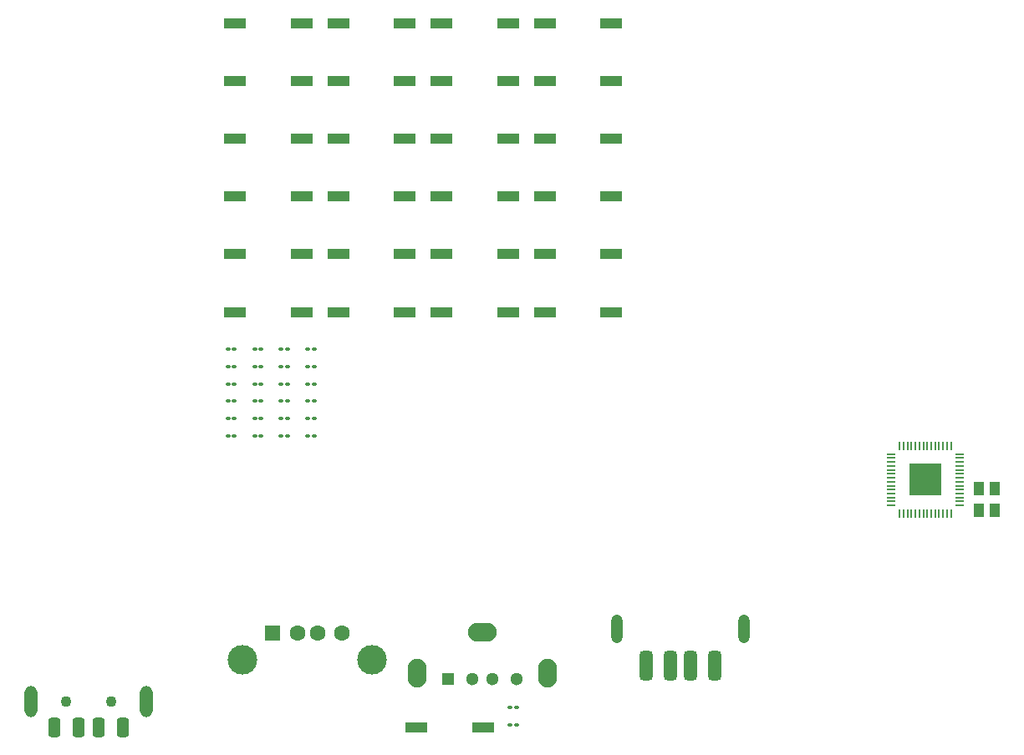
<source format=gbr>
%TF.GenerationSoftware,KiCad,Pcbnew,8.0.3*%
%TF.CreationDate,2024-09-04T14:48:35-07:00*%
%TF.ProjectId,Calculator,43616c63-756c-4617-946f-722e6b696361,rev?*%
%TF.SameCoordinates,Original*%
%TF.FileFunction,Soldermask,Top*%
%TF.FilePolarity,Negative*%
%FSLAX46Y46*%
G04 Gerber Fmt 4.6, Leading zero omitted, Abs format (unit mm)*
G04 Created by KiCad (PCBNEW 8.0.3) date 2024-09-04 14:48:35*
%MOMM*%
%LPD*%
G01*
G04 APERTURE LIST*
G04 Aperture macros list*
%AMRoundRect*
0 Rectangle with rounded corners*
0 $1 Rounding radius*
0 $2 $3 $4 $5 $6 $7 $8 $9 X,Y pos of 4 corners*
0 Add a 4 corners polygon primitive as box body*
4,1,4,$2,$3,$4,$5,$6,$7,$8,$9,$2,$3,0*
0 Add four circle primitives for the rounded corners*
1,1,$1+$1,$2,$3*
1,1,$1+$1,$4,$5*
1,1,$1+$1,$6,$7*
1,1,$1+$1,$8,$9*
0 Add four rect primitives between the rounded corners*
20,1,$1+$1,$2,$3,$4,$5,0*
20,1,$1+$1,$4,$5,$6,$7,0*
20,1,$1+$1,$6,$7,$8,$9,0*
20,1,$1+$1,$8,$9,$2,$3,0*%
G04 Aperture macros list end*
%ADD10RoundRect,0.100000X-0.130000X-0.100000X0.130000X-0.100000X0.130000X0.100000X-0.130000X0.100000X0*%
%ADD11R,2.160000X1.120000*%
%ADD12R,1.600000X1.600000*%
%ADD13C,1.600000*%
%ADD14C,3.000000*%
%ADD15R,1.300000X1.300000*%
%ADD16C,1.300000*%
%ADD17O,1.900000X2.900000*%
%ADD18O,2.900000X1.900000*%
%ADD19C,1.100000*%
%ADD20RoundRect,0.300000X0.300000X-0.700000X0.300000X0.700000X-0.300000X0.700000X-0.300000X-0.700000X0*%
%ADD21O,1.300000X3.200000*%
%ADD22RoundRect,0.325000X0.325000X1.175000X-0.325000X1.175000X-0.325000X-1.175000X0.325000X-1.175000X0*%
%ADD23O,1.200000X2.900000*%
%ADD24RoundRect,0.050000X-0.387500X-0.050000X0.387500X-0.050000X0.387500X0.050000X-0.387500X0.050000X0*%
%ADD25RoundRect,0.050000X-0.050000X-0.387500X0.050000X-0.387500X0.050000X0.387500X-0.050000X0.387500X0*%
%ADD26R,3.200000X3.200000*%
%ADD27R,1.100000X1.400000*%
G04 APERTURE END LIST*
D10*
%TO.C,D16*%
X68078000Y-73074000D03*
X68718000Y-73074000D03*
%TD*%
D11*
%TO.C,SW18*%
X84328000Y-58174000D03*
X91058000Y-58174000D03*
%TD*%
%TO.C,SW17*%
X84328000Y-52324000D03*
X91058000Y-52324000D03*
%TD*%
D10*
%TO.C,D12*%
X65393000Y-76574000D03*
X66033000Y-76574000D03*
%TD*%
%TO.C,D7*%
X65393000Y-67824000D03*
X66033000Y-67824000D03*
%TD*%
D11*
%TO.C,SW23*%
X94778000Y-52324000D03*
X101508000Y-52324000D03*
%TD*%
D12*
%TO.C,R1*%
X67243000Y-96534000D03*
D13*
X69743000Y-96534000D03*
X71743000Y-96534000D03*
X74243000Y-96534000D03*
D14*
X64173000Y-99244000D03*
X77313000Y-99244000D03*
%TD*%
D11*
%TO.C,SW16*%
X84328000Y-46474000D03*
X91058000Y-46474000D03*
%TD*%
%TO.C,SW20*%
X94778000Y-34774000D03*
X101508000Y-34774000D03*
%TD*%
D10*
%TO.C,D3*%
X62708000Y-71324000D03*
X63348000Y-71324000D03*
%TD*%
%TO.C,D20*%
X70763000Y-69574000D03*
X71403000Y-69574000D03*
%TD*%
%TO.C,D5*%
X62708000Y-74824000D03*
X63348000Y-74824000D03*
%TD*%
D11*
%TO.C,SW21*%
X94778000Y-40624000D03*
X101508000Y-40624000D03*
%TD*%
D10*
%TO.C,D15*%
X68078000Y-71324000D03*
X68718000Y-71324000D03*
%TD*%
%TO.C,D19*%
X70763000Y-67824000D03*
X71403000Y-67824000D03*
%TD*%
%TO.C,D10*%
X65393000Y-73074000D03*
X66033000Y-73074000D03*
%TD*%
%TO.C,D11*%
X65393000Y-74824000D03*
X66033000Y-74824000D03*
%TD*%
D11*
%TO.C,SW4*%
X63428000Y-46474000D03*
X70158000Y-46474000D03*
%TD*%
%TO.C,SW14*%
X84328000Y-34774000D03*
X91058000Y-34774000D03*
%TD*%
%TO.C,SW11*%
X73878000Y-52324000D03*
X80608000Y-52324000D03*
%TD*%
%TO.C,SW2*%
X63428000Y-34774000D03*
X70158000Y-34774000D03*
%TD*%
%TO.C,SW9*%
X73878000Y-40624000D03*
X80608000Y-40624000D03*
%TD*%
D10*
%TO.C,D6*%
X62708000Y-76574000D03*
X63348000Y-76574000D03*
%TD*%
%TO.C,D17*%
X68078000Y-74824000D03*
X68718000Y-74824000D03*
%TD*%
%TO.C,D22*%
X70763000Y-73074000D03*
X71403000Y-73074000D03*
%TD*%
D11*
%TO.C,SW10*%
X73878000Y-46474000D03*
X80608000Y-46474000D03*
%TD*%
%TO.C,SW24*%
X94778000Y-58174000D03*
X101508000Y-58174000D03*
%TD*%
%TO.C,SW19*%
X84328000Y-64024000D03*
X91058000Y-64024000D03*
%TD*%
D15*
%TO.C,R2*%
X84963000Y-101254000D03*
D16*
X87463000Y-101254000D03*
X89463000Y-101254000D03*
X91963000Y-101254000D03*
D17*
X81893000Y-100654000D03*
D18*
X88463000Y-96474000D03*
D17*
X95033000Y-100654000D03*
%TD*%
D10*
%TO.C,D4*%
X62708000Y-73074000D03*
X63348000Y-73074000D03*
%TD*%
D11*
%TO.C,SW3*%
X63428000Y-40624000D03*
X70158000Y-40624000D03*
%TD*%
%TO.C,SW12*%
X73878000Y-58174000D03*
X80608000Y-58174000D03*
%TD*%
D19*
%TO.C,R3*%
X46328000Y-103513000D03*
X50828000Y-103513000D03*
D20*
X45078000Y-106113000D03*
X47578000Y-106113000D03*
X49578000Y-106113000D03*
X52078000Y-106113000D03*
D21*
X42728000Y-103513000D03*
X54428000Y-103513000D03*
%TD*%
D11*
%TO.C,SW15*%
X84328000Y-40624000D03*
X91058000Y-40624000D03*
%TD*%
D22*
%TO.C,J1*%
X112022000Y-99848000D03*
X109522000Y-99848000D03*
X107522000Y-99848000D03*
X105022000Y-99848000D03*
D23*
X114921999Y-96148000D03*
X102122001Y-96148000D03*
%TD*%
D10*
%TO.C,C2*%
X91273000Y-105864000D03*
X91913000Y-105864000D03*
%TD*%
%TO.C,D2*%
X62708000Y-69574000D03*
X63348000Y-69574000D03*
%TD*%
%TO.C,D9*%
X65393000Y-71324000D03*
X66033000Y-71324000D03*
%TD*%
D11*
%TO.C,SW25*%
X94778000Y-64024000D03*
X101508000Y-64024000D03*
%TD*%
D10*
%TO.C,D14*%
X68078000Y-69574000D03*
X68718000Y-69574000D03*
%TD*%
D11*
%TO.C,SW8*%
X73878000Y-34774000D03*
X80608000Y-34774000D03*
%TD*%
D10*
%TO.C,C1*%
X91273000Y-104114000D03*
X91913000Y-104114000D03*
%TD*%
%TO.C,D23*%
X70763000Y-74824000D03*
X71403000Y-74824000D03*
%TD*%
D11*
%TO.C,SW7*%
X63428000Y-64024000D03*
X70158000Y-64024000D03*
%TD*%
D10*
%TO.C,D13*%
X68078000Y-67824000D03*
X68718000Y-67824000D03*
%TD*%
D11*
%TO.C,SW1*%
X81778000Y-106164000D03*
X88508000Y-106164000D03*
%TD*%
D10*
%TO.C,D8*%
X65393000Y-69574000D03*
X66033000Y-69574000D03*
%TD*%
%TO.C,D18*%
X68078000Y-76574000D03*
X68718000Y-76574000D03*
%TD*%
D24*
%TO.C,U1*%
X129890699Y-78434800D03*
X129890699Y-78834800D03*
X129890699Y-79234800D03*
X129890699Y-79634800D03*
X129890699Y-80034800D03*
X129890699Y-80434800D03*
X129890699Y-80834800D03*
X129890699Y-81234800D03*
X129890699Y-81634800D03*
X129890699Y-82034800D03*
X129890699Y-82434800D03*
X129890699Y-82834800D03*
X129890699Y-83234800D03*
X129890699Y-83634800D03*
D25*
X130728199Y-84472300D03*
X131128199Y-84472300D03*
X131528199Y-84472300D03*
X131928199Y-84472300D03*
X132328199Y-84472300D03*
X132728199Y-84472300D03*
X133128199Y-84472300D03*
X133528199Y-84472300D03*
X133928199Y-84472300D03*
X134328199Y-84472300D03*
X134728199Y-84472300D03*
X135128199Y-84472300D03*
X135528199Y-84472300D03*
X135928199Y-84472300D03*
D24*
X136765699Y-83634800D03*
X136765699Y-83234800D03*
X136765699Y-82834800D03*
X136765699Y-82434800D03*
X136765699Y-82034800D03*
X136765699Y-81634800D03*
X136765699Y-81234800D03*
X136765699Y-80834800D03*
X136765699Y-80434800D03*
X136765699Y-80034800D03*
X136765699Y-79634800D03*
X136765699Y-79234800D03*
X136765699Y-78834800D03*
X136765699Y-78434800D03*
D25*
X135928199Y-77597300D03*
X135528199Y-77597300D03*
X135128199Y-77597300D03*
X134728199Y-77597300D03*
X134328199Y-77597300D03*
X133928199Y-77597300D03*
X133528199Y-77597300D03*
X133128199Y-77597300D03*
X132728199Y-77597300D03*
X132328199Y-77597300D03*
X131928199Y-77597300D03*
X131528199Y-77597300D03*
X131128199Y-77597300D03*
X130728199Y-77597300D03*
D26*
X133328199Y-81034800D03*
%TD*%
D11*
%TO.C,SW13*%
X73878000Y-64024000D03*
X80608000Y-64024000D03*
%TD*%
%TO.C,SW22*%
X94778000Y-46474000D03*
X101508000Y-46474000D03*
%TD*%
D10*
%TO.C,D24*%
X70763000Y-76574000D03*
X71403000Y-76574000D03*
%TD*%
%TO.C,D1*%
X62708000Y-67824000D03*
X63348000Y-67824000D03*
%TD*%
D27*
%TO.C,X1*%
X138727999Y-81924000D03*
X138727999Y-84124000D03*
X140328001Y-84124000D03*
X140328001Y-81924000D03*
%TD*%
D11*
%TO.C,SW6*%
X63428000Y-58174000D03*
X70158000Y-58174000D03*
%TD*%
%TO.C,SW5*%
X63428000Y-52324000D03*
X70158000Y-52324000D03*
%TD*%
D10*
%TO.C,D21*%
X70763000Y-71324000D03*
X71403000Y-71324000D03*
%TD*%
M02*

</source>
